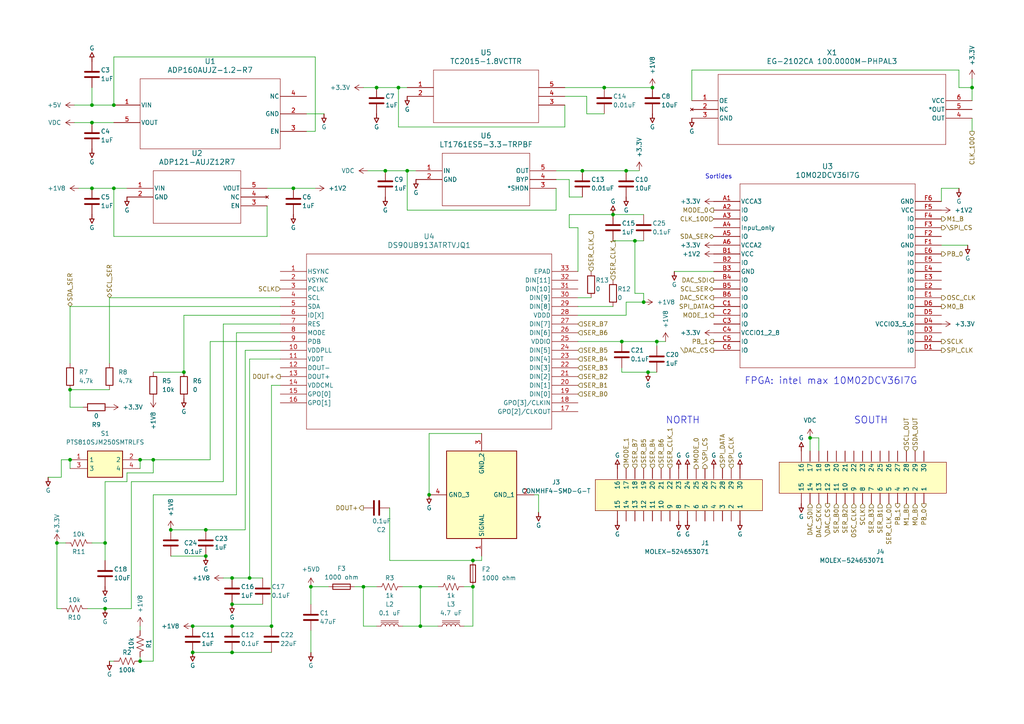
<source format=kicad_sch>
(kicad_sch (version 20230121) (generator eeschema)
  (paper "A4")
  (junction (at 59.69 153.67))
  (junction (at 16.51 157.48))
  (junction (at 33.02 30.48))
  (junction (at 67.31 181.61))
  (junction (at 53.34 107.95))
  (junction (at 67.31 175.26))
  (junction (at 20.32 113.03))
  (junction (at 137.16 162.56))
  (junction (at 26.67 30.48))
  (junction (at 67.31 167.64))
  (junction (at 40.64 133.35))
  (junction (at 184.15 69.85))
  (junction (at 30.48 176.53))
  (junction (at 85.09 54.61))
  (junction (at 115.57 25.4))
  (junction (at 55.88 189.23))
  (junction (at 109.22 25.4))
  (junction (at 187.96 107.95))
  (junction (at 26.67 35.56))
  (junction (at 67.31 189.23))
  (junction (at 137.16 170.18))
  (junction (at 177.8 62.23))
  (junction (at 90.17 170.18))
  (junction (at 281.94 25.4))
  (junction (at 20.32 133.35))
  (junction (at 124.46 143.51))
  (junction (at 26.67 54.61))
  (junction (at 234.95 127))
  (junction (at 49.53 153.67))
  (junction (at 55.88 181.61))
  (junction (at 78.74 181.61))
  (junction (at 33.02 54.61))
  (junction (at 175.26 25.4))
  (junction (at 121.92 170.18))
  (junction (at 30.48 157.48))
  (junction (at 190.5 99.06))
  (junction (at 72.39 167.64))
  (junction (at 44.45 133.35))
  (junction (at 168.91 49.53))
  (junction (at 59.69 161.29))
  (junction (at 180.34 99.06))
  (junction (at 118.11 49.53))
  (junction (at 40.64 191.77))
  (junction (at 189.23 25.4))
  (junction (at 121.92 181.61))
  (junction (at 186.69 87.63))
  (junction (at 111.76 49.53))
  (junction (at 105.41 170.18))
  (junction (at 181.61 49.53))
  (wire (pts (xy 68.58 96.52) (xy 68.58 143.51)))
  (wire (pts (xy 81.28 93.98) (xy 64.77 93.98)))
  (wire (pts (xy 26.67 157.48) (xy 30.48 157.48)))
  (wire (pts (xy 77.47 59.69) (xy 77.47 68.58)))
  (wire (pts (xy 170.18 27.94) (xy 170.18 33.02)))
  (wire (pts (xy 81.28 101.6) (xy 71.12 101.6)))
  (wire (pts (xy 26.67 35.56) (xy 33.02 35.56)))
  (wire (pts (xy 167.64 99.06) (xy 180.34 99.06)))
  (wire (pts (xy 53.34 91.44) (xy 53.34 107.95)))
  (wire (pts (xy 44.45 191.77) (xy 40.64 191.77)))
  (wire (pts (xy 81.28 88.9) (xy 20.32 88.9)))
  (wire (pts (xy 20.32 118.11) (xy 20.32 113.03)))
  (wire (pts (xy 21.59 30.48) (xy 26.67 30.48)))
  (wire (pts (xy 190.5 107.95) (xy 187.96 107.95)))
  (wire (pts (xy 20.32 133.35) (xy 17.78 133.35)))
  (wire (pts (xy 30.48 157.48) (xy 30.48 162.56)))
  (wire (pts (xy 64.77 139.7) (xy 38.1 139.7)))
  (wire (pts (xy 33.02 30.48) (xy 33.02 16.51)))
  (wire (pts (xy 113.03 162.56) (xy 113.03 147.32)))
  (wire (pts (xy 184.15 69.85) (xy 186.69 69.85)))
  (wire (pts (xy 121.92 170.18) (xy 127 170.18)))
  (wire (pts (xy 26.67 54.61) (xy 33.02 54.61)))
  (wire (pts (xy 33.02 16.51) (xy 91.44 16.51)))
  (wire (pts (xy 175.26 25.4) (xy 189.23 25.4)))
  (wire (pts (xy 137.16 162.56) (xy 113.03 162.56)))
  (wire (pts (xy 180.34 107.95) (xy 187.96 107.95)))
  (wire (pts (xy 16.51 157.48) (xy 19.05 157.48)))
  (wire (pts (xy 163.83 25.4) (xy 175.26 25.4)))
  (wire (pts (xy 81.28 86.36) (xy 31.75 86.36)))
  (wire (pts (xy 40.64 190.5) (xy 40.64 191.77)))
  (wire (pts (xy 121.92 170.18) (xy 121.92 181.61)))
  (wire (pts (xy 181.61 91.44) (xy 167.64 91.44)))
  (wire (pts (xy 168.91 49.53) (xy 181.61 49.53)))
  (wire (pts (xy 90.17 170.18) (xy 95.25 170.18)))
  (wire (pts (xy 190.5 99.06) (xy 190.5 100.33)))
  (wire (pts (xy 20.32 118.11) (xy 24.13 118.11)))
  (wire (pts (xy 137.16 181.61) (xy 134.62 181.61)))
  (wire (pts (xy 134.62 170.18) (xy 137.16 170.18)))
  (wire (pts (xy 167.64 86.36) (xy 171.45 86.36)))
  (wire (pts (xy 278.13 25.4) (xy 281.94 25.4)))
  (wire (pts (xy 20.32 113.03) (xy 31.75 113.03)))
  (wire (pts (xy 67.31 167.64) (xy 72.39 167.64)))
  (wire (pts (xy 38.1 139.7) (xy 38.1 176.53)))
  (wire (pts (xy 181.61 87.63) (xy 186.69 87.63)))
  (wire (pts (xy 67.31 175.26) (xy 76.2 175.26)))
  (wire (pts (xy 36.83 137.16) (xy 44.45 137.16)))
  (wire (pts (xy 116.84 170.18) (xy 121.92 170.18)))
  (wire (pts (xy 237.49 130.81) (xy 237.49 127)))
  (wire (pts (xy 109.22 181.61) (xy 105.41 181.61)))
  (wire (pts (xy 67.31 189.23) (xy 78.74 189.23)))
  (wire (pts (xy 31.75 191.77) (xy 33.02 191.77)))
  (wire (pts (xy 13.97 138.43) (xy 17.78 138.43)))
  (wire (pts (xy 81.28 111.76) (xy 78.74 111.76)))
  (wire (pts (xy 116.84 181.61) (xy 121.92 181.61)))
  (wire (pts (xy 137.16 170.18) (xy 137.16 181.61)))
  (wire (pts (xy 68.58 143.51) (xy 44.45 143.51)))
  (wire (pts (xy 167.64 66.04) (xy 167.64 78.74)))
  (wire (pts (xy 81.28 99.06) (xy 60.96 99.06)))
  (wire (pts (xy 64.77 93.98) (xy 64.77 139.7)))
  (wire (pts (xy 44.45 107.95) (xy 53.34 107.95)))
  (wire (pts (xy 26.67 25.4) (xy 26.67 30.48)))
  (wire (pts (xy 193.04 99.06) (xy 190.5 99.06)))
  (wire (pts (xy 105.41 25.4) (xy 109.22 25.4)))
  (wire (pts (xy 105.41 170.18) (xy 109.22 170.18)))
  (wire (pts (xy 81.28 91.44) (xy 53.34 91.44)))
  (wire (pts (xy 20.32 133.35) (xy 20.32 135.89)))
  (wire (pts (xy 30.48 139.7) (xy 30.48 157.48)))
  (wire (pts (xy 273.05 58.42) (xy 273.05 54.61)))
  (wire (pts (xy 44.45 133.35) (xy 40.64 133.35)))
  (wire (pts (xy 33.02 54.61) (xy 36.83 54.61)))
  (wire (pts (xy 90.17 170.18) (xy 90.17 175.26)))
  (wire (pts (xy 234.95 127) (xy 234.95 130.81)))
  (wire (pts (xy 124.46 125.73) (xy 124.46 143.51)))
  (wire (pts (xy 177.8 62.23) (xy 186.69 62.23)))
  (wire (pts (xy 30.48 176.53) (xy 25.4 176.53)))
  (wire (pts (xy 186.69 85.09) (xy 186.69 87.63)))
  (wire (pts (xy 163.83 36.83) (xy 115.57 36.83)))
  (wire (pts (xy 163.83 27.94) (xy 170.18 27.94)))
  (wire (pts (xy 184.15 85.09) (xy 186.69 85.09)))
  (wire (pts (xy 20.32 88.9) (xy 20.32 105.41)))
  (wire (pts (xy 105.41 181.61) (xy 105.41 170.18)))
  (wire (pts (xy 33.02 68.58) (xy 33.02 54.61)))
  (wire (pts (xy 161.29 52.07) (xy 165.1 52.07)))
  (wire (pts (xy 118.11 60.96) (xy 118.11 49.53)))
  (wire (pts (xy 139.7 162.56) (xy 137.16 162.56)))
  (wire (pts (xy 139.7 125.73) (xy 124.46 125.73)))
  (wire (pts (xy 49.53 161.29) (xy 59.69 161.29)))
  (wire (pts (xy 121.92 181.61) (xy 127 181.61)))
  (wire (pts (xy 281.94 22.86) (xy 281.94 25.4)))
  (wire (pts (xy 16.51 176.53) (xy 17.78 176.53)))
  (wire (pts (xy 181.61 87.63) (xy 181.61 91.44)))
  (wire (pts (xy 90.17 182.88) (xy 90.17 189.23)))
  (wire (pts (xy 161.29 60.96) (xy 118.11 60.96)))
  (wire (pts (xy 111.76 49.53) (xy 118.11 49.53)))
  (wire (pts (xy 21.59 35.56) (xy 26.67 35.56)))
  (wire (pts (xy 181.61 49.53) (xy 185.42 49.53)))
  (wire (pts (xy 72.39 104.14) (xy 81.28 104.14)))
  (wire (pts (xy 177.8 69.85) (xy 184.15 69.85)))
  (wire (pts (xy 55.88 189.23) (xy 67.31 189.23)))
  (wire (pts (xy 273.05 54.61) (xy 278.13 54.61)))
  (wire (pts (xy 49.53 153.67) (xy 59.69 153.67)))
  (wire (pts (xy 165.1 62.23) (xy 177.8 62.23)))
  (wire (pts (xy 180.34 99.06) (xy 190.5 99.06)))
  (wire (pts (xy 55.88 181.61) (xy 67.31 181.61)))
  (wire (pts (xy 165.1 52.07) (xy 165.1 57.15)))
  (wire (pts (xy 38.1 176.53) (xy 30.48 176.53)))
  (wire (pts (xy 167.64 88.9) (xy 177.8 88.9)))
  (wire (pts (xy 68.58 96.52) (xy 81.28 96.52)))
  (wire (pts (xy 67.31 181.61) (xy 78.74 181.61)))
  (wire (pts (xy 44.45 137.16) (xy 44.45 133.35)))
  (wire (pts (xy 115.57 36.83) (xy 115.57 25.4)))
  (wire (pts (xy 91.44 16.51) (xy 91.44 38.1)))
  (wire (pts (xy 77.47 54.61) (xy 85.09 54.61)))
  (wire (pts (xy 60.96 99.06) (xy 60.96 133.35)))
  (wire (pts (xy 273.05 71.12) (xy 280.67 71.12)))
  (wire (pts (xy 72.39 167.64) (xy 72.39 104.14)))
  (wire (pts (xy 195.58 78.74) (xy 207.01 78.74)))
  (wire (pts (xy 165.1 57.15) (xy 168.91 57.15)))
  (wire (pts (xy 180.34 106.68) (xy 180.34 107.95)))
  (wire (pts (xy 156.21 143.51) (xy 156.21 148.59)))
  (wire (pts (xy 281.94 38.1) (xy 281.94 34.29)))
  (wire (pts (xy 17.78 133.35) (xy 17.78 138.43)))
  (wire (pts (xy 237.49 127) (xy 234.95 127)))
  (wire (pts (xy 30.48 139.7) (xy 36.83 139.7)))
  (wire (pts (xy 200.66 20.32) (xy 278.13 20.32)))
  (wire (pts (xy 91.44 38.1) (xy 88.9 38.1)))
  (wire (pts (xy 161.29 49.53) (xy 168.91 49.53)))
  (wire (pts (xy 106.68 49.53) (xy 111.76 49.53)))
  (wire (pts (xy 36.83 139.7) (xy 36.83 137.16)))
  (wire (pts (xy 78.74 111.76) (xy 78.74 181.61)))
  (wire (pts (xy 170.18 33.02) (xy 175.26 33.02)))
  (wire (pts (xy 278.13 20.32) (xy 278.13 25.4)))
  (wire (pts (xy 77.47 68.58) (xy 33.02 68.58)))
  (wire (pts (xy 139.7 161.29) (xy 139.7 162.56)))
  (wire (pts (xy 163.83 30.48) (xy 163.83 36.83)))
  (wire (pts (xy 40.64 133.35) (xy 40.64 135.89)))
  (wire (pts (xy 115.57 25.4) (xy 118.11 25.4)))
  (wire (pts (xy 161.29 54.61) (xy 161.29 60.96)))
  (wire (pts (xy 22.86 54.61) (xy 26.67 54.61)))
  (wire (pts (xy 118.11 49.53) (xy 120.65 49.53)))
  (wire (pts (xy 72.39 167.64) (xy 76.2 167.64)))
  (wire (pts (xy 102.87 170.18) (xy 105.41 170.18)))
  (wire (pts (xy 200.66 29.21) (xy 200.66 20.32)))
  (wire (pts (xy 165.1 66.04) (xy 165.1 62.23)))
  (wire (pts (xy 71.12 101.6) (xy 71.12 153.67)))
  (wire (pts (xy 71.12 153.67) (xy 59.69 153.67)))
  (wire (pts (xy 88.9 33.02) (xy 93.98 33.02)))
  (wire (pts (xy 165.1 66.04) (xy 167.64 66.04)))
  (wire (pts (xy 184.15 69.85) (xy 184.15 85.09)))
  (wire (pts (xy 44.45 143.51) (xy 44.45 191.77)))
  (wire (pts (xy 85.09 54.61) (xy 91.44 54.61)))
  (wire (pts (xy 16.51 157.48) (xy 16.51 176.53)))
  (wire (pts (xy 154.94 143.51) (xy 156.21 143.51)))
  (wire (pts (xy 40.64 181.61) (xy 40.64 182.88)))
  (wire (pts (xy 26.67 30.48) (xy 33.02 30.48)))
  (wire (pts (xy 281.94 25.4) (xy 281.94 29.21)))
  (wire (pts (xy 64.77 167.64) (xy 67.31 167.64)))
  (wire (pts (xy 109.22 25.4) (xy 115.57 25.4)))
  (wire (pts (xy 31.75 86.36) (xy 31.75 105.41)))
  (wire (pts (xy 60.96 133.35) (xy 44.45 133.35)))
  (text "Sortides" (at 204.47 52.07 0) (effects (font (size 1.27 1.27)) (justify left bottom)))
  (text "NORTH" (at 193.04 123.19 0) (effects (font (size 2 2)) (justify left bottom)))
  (text "SOUTH" (at 247.65 123.19 0) (effects (font (size 2 2)) (justify left bottom)))
  (text "FPGA: intel max 10M02DCV36I7G" (at 215.9 111.76 0) (effects (font (size 2 2)) (justify left bottom)))
  (hierarchical_label "PB_0" (shape output) (at 267.97 146.05 270))
  (hierarchical_label "SER_B0" (shape input) (at 167.64 114.3 0))
  (hierarchical_label "SER_B2" (shape input) (at 167.64 109.22 0))
  (hierarchical_label "SDA_SER" (shape bidirectional) (at 20.32 88.9 90))
  (hierarchical_label "SPI_DATA" (shape output) (at 207.01 88.9 180))
  (hierarchical_label "SER_B6" (shape input) (at 191.77 135.89 90))
  (hierarchical_label "M1_B" (shape output) (at 273.05 63.5 0))
  (hierarchical_label "DAC_SCK" (shape input) (at 237.49 146.05 270))
  (hierarchical_label "PB_1" (shape output) (at 207.01 99.06 180))
  (hierarchical_label "SPI_CLK" (shape input) (at 212.09 135.89 90))
  (hierarchical_label "\\DAC_CS" (shape output) (at 207.01 101.6 180))
  (hierarchical_label "DAC_SCK" (shape output) (at 207.01 86.36 180))
  (hierarchical_label "SER_B3" (shape input) (at 167.64 106.68 0))
  (hierarchical_label "SER_CLK_1" (shape input) (at 177.8 81.28 90))
  (hierarchical_label "M0_B" (shape input) (at 265.43 146.05 270))
  (hierarchical_label "CLK_100" (shape input) (at 207.01 63.5 180))
  (hierarchical_label "MODE_0" (shape output) (at 207.01 60.96 180))
  (hierarchical_label "MODE_0" (shape output) (at 201.93 135.89 90))
  (hierarchical_label "SCL_OUT" (shape input) (at 262.89 130.81 90))
  (hierarchical_label "MODE_1" (shape input) (at 181.61 135.89 90))
  (hierarchical_label "SCLK" (shape input) (at 81.28 83.82 180))
  (hierarchical_label "SER_B3" (shape input) (at 252.73 146.05 270))
  (hierarchical_label "DAC_SDI" (shape input) (at 234.95 146.05 270))
  (hierarchical_label "\\SPI_CS" (shape output) (at 204.47 135.89 90))
  (hierarchical_label "OSC_CLK" (shape output) (at 273.05 86.36 0))
  (hierarchical_label "SER_B5" (shape input) (at 186.69 135.89 90))
  (hierarchical_label "SER_B2" (shape input) (at 245.11 146.05 270))
  (hierarchical_label "SER_CLK_0" (shape input) (at 257.81 146.05 270))
  (hierarchical_label "PB_0" (shape output) (at 273.05 73.66 0))
  (hierarchical_label "SDA_OUT" (shape input) (at 265.43 130.81 90))
  (hierarchical_label "MODE_1" (shape output) (at 207.01 91.44 180))
  (hierarchical_label "CLK_100" (shape output) (at 281.94 38.1 270))
  (hierarchical_label "M0_B" (shape output) (at 273.05 88.9 0))
  (hierarchical_label "SDA_SER" (shape bidirectional) (at 207.01 68.58 180))
  (hierarchical_label "SER_B6" (shape input) (at 167.64 96.52 0))
  (hierarchical_label "SER_B7" (shape input) (at 184.15 135.89 90))
  (hierarchical_label "SCL_SER" (shape bidirectional) (at 207.01 83.82 180))
  (hierarchical_label "SER_CLK_0" (shape input) (at 171.45 78.74 90))
  (hierarchical_label "DAC_SDI" (shape output) (at 207.01 81.28 180))
  (hierarchical_label "SER_B1" (shape input) (at 167.64 111.76 0))
  (hierarchical_label "SER_CLK_1" (shape input) (at 194.31 135.89 90))
  (hierarchical_label "M1_B" (shape input) (at 262.89 146.05 270))
  (hierarchical_label "PB_1" (shape output) (at 260.35 146.05 270))
  (hierarchical_label "SCLK" (shape output) (at 273.05 99.06 0))
  (hierarchical_label "\\SPI_CS" (shape output) (at 273.05 66.04 0))
  (hierarchical_label "SCL_SER" (shape bidirectional) (at 31.75 86.36 90))
  (hierarchical_label "SER_B7" (shape input) (at 167.64 93.98 0))
  (hierarchical_label "SER_B4" (shape input) (at 167.64 104.14 0))
  (hierarchical_label "SER_B1" (shape input) (at 255.27 146.05 270))
  (hierarchical_label "DOUT+" (shape output) (at 105.41 147.32 180))
  (hierarchical_label "\\DAC_CS" (shape output) (at 240.03 146.05 270))
  (hierarchical_label "DOUT+" (shape output) (at 81.28 109.22 180))
  (hierarchical_label "SER_B0" (shape input) (at 242.57 146.05 270))
  (hierarchical_label "SPI_CLK" (shape output) (at 273.05 101.6 0))
  (hierarchical_label "SER_B4" (shape input) (at 189.23 135.89 90))
  (hierarchical_label "OSC_CLK" (shape input) (at 247.65 146.05 270))
  (hierarchical_label "SPI_DATA" (shape input) (at 209.55 135.89 90))
  (hierarchical_label "SCLK" (shape input) (at 250.19 146.05 270))
  (hierarchical_label "SER_B5" (shape input) (at 167.64 101.6 0))
  (symbol (lib_id "2024-03-11_09-47-41:ADP160AUJZ-1.2-R7") (at 33.02 30.48 0) (unit 1)
    (property "Reference" "U1" (at 60.96 17.78 0) (effects (font (size 1.524 1.524))))
    (property "Value" "ADP160AUJZ-1.2-R7" (at 60.96 20.32 0) (effects (font (size 1.524 1.524))))
    (property "Footprint" "UJ_5_ADI" (effects hide))
    (property "Datasheet" "ADP160AUJZ-1.2-R7" (effects hide))
  )
  (symbol (lib_id "BrainCom_PWRRevA-altium-import:G") (at 53.34 115.57 0) (unit 1)
    (property "Reference" "#PWR034" (effects hide))
    (property "Value" "G" (at 53.34 119.38 0))
  )
  (symbol (lib_id "power:+1V2") (at 91.44 54.61 270) (unit 1)
    (property "Reference" "#PWR015" (effects hide))
    (property "Value" "+1V2" (at 95.25 54.61 90) (effects (justify left)))
  )
  (symbol (lib_id "power:+3.3V") (at 31.75 118.11 270) (unit 1)
    (property "Reference" "#PWR039" (effects hide))
    (property "Value" "+3.3V" (at 35.56 118.11 90) (effects (justify left)))
  )
  (symbol (lib_id "Device:R_US") (at 113.03 170.18 90) (unit 1)
    (property "Reference" "R3" (at 113.03 167.64 90))
    (property "Value" "1k" (at 113.03 172.72 90))
    (property "Footprint" "Resistor_SMD:R_0603_1608Metric" (effects hide))
  )
  (symbol (lib_id "2024-03-11_11-03-47:ADP121-AUJZ12R7") (at 36.83 54.61 0) (unit 1)
    (property "Reference" "U2" (at 57.15 44.45 0) (effects (font (size 1.524 1.524))))
    (property "Value" "ADP121-AUJZ12R7" (at 57.15 46.99 0) (effects (font (size 1.524 1.524))))
    (property "Footprint" "UJ-5_ADI" (effects hide))
    (property "Datasheet" "ADP121-AUJZ12R7" (effects hide))
  )
  (symbol (lib_id "BrainCom_PWRRevA-altium-import:G") (at 13.97 138.43 0) (unit 1)
    (property "Reference" "#PWR061" (effects hide))
    (property "Value" "G" (at 13.97 142.24 0))
  )
  (symbol (lib_id "Device:C") (at 49.53 157.48 0) (unit 1)
    (property "Reference" "C24" (at 53.34 157.48 0) (effects (justify left)))
    (property "Value" "0.1uF" (at 53.34 160.02 0) (effects (justify left)))
    (property "Footprint" "Capacitor_SMD:C_0603_1608Metric" (effects hide))
  )
  (symbol (lib_id "Device:R") (at 44.45 111.76 0) (unit 1)
    (property "Reference" "R5" (at 46.99 110.49 0) (effects (justify left)))
    (property "Value" "10k" (at 46.99 113.03 0) (effects (justify left)))
    (property "Footprint" "Resistor_SMD:R_0603_1608Metric" (effects hide))
  )
  (symbol (lib_id "power:+1V2") (at 273.05 60.96 270) (unit 1)
    (property "Reference" "#PWR016" (effects hide))
    (property "Value" "+1V2" (at 276.86 60.96 90) (effects (justify left)))
  )
  (symbol (lib_id "Device:C") (at 111.76 53.34 0) (unit 1)
    (property "Reference" "C9" (at 114.3 52.07 0) (effects (justify left)))
    (property "Value" "1uF" (at 114.3 54.61 0) (effects (justify left)))
    (property "Footprint" "Capacitor_SMD:C_0603_1608Metric" (effects hide))
    (property "Voltage" "10V" (effects hide))
    (property "TempCo" "X5R" (effects hide))
  )
  (symbol (lib_id "Device:R_US") (at 22.86 157.48 90) (mirror x) (unit 1)
    (property "Reference" "R11" (at 22.86 160.02 90))
    (property "Value" "10k" (at 22.86 154.94 90))
    (property "Footprint" "Resistor_SMD:R_0603_1608Metric" (effects hide))
  )
  (symbol (lib_id "BrainCom_PWRRevA-altium-import:G") (at 111.76 57.15 0) (unit 1)
    (property "Reference" "#PWR03" (effects hide))
    (property "Value" "G" (at 111.76 60.96 0))
  )
  (symbol (lib_id "BrainCom_PWRRevA-altium-import:G") (at 26.67 43.18 0) (unit 1)
    (property "Reference" "#PWR01" (effects hide))
    (property "Value" "G" (at 26.67 46.99 0))
  )
  (symbol (lib_id "Device:C") (at 109.22 29.21 0) (unit 1)
    (property "Reference" "C7" (at 111.76 27.94 0) (effects (justify left)))
    (property "Value" "1uF" (at 111.76 30.48 0) (effects (justify left)))
    (property "Footprint" "Capacitor_SMD:C_0603_1608Metric" (effects hide))
    (property "Voltage" "10V" (effects hide))
    (property "TempCo" "X5R" (effects hide))
  )
  (symbol (lib_id "Device:C") (at 181.61 53.34 0) (unit 1)
    (property "Reference" "C10" (at 184.15 52.07 0) (effects (justify left)))
    (property "Value" "10uF" (at 184.15 54.61 0) (effects (justify left)))
    (property "Footprint" "Capacitor_SMD:C_0603_1608Metric" (effects hide))
    (property "Voltage" "10V" (effects hide))
    (property "TempCo" "X5R" (effects hide))
  )
  (symbol (lib_id "power:+1V8") (at 55.88 181.61 90) (mirror x) (unit 1)
    (property "Reference" "#PWR032" (effects hide))
    (property "Value" "+1V8" (at 52.07 181.61 90) (effects (justify left)))
  )
  (symbol (lib_id "Device:R_US") (at 40.64 186.69 0) (mirror x) (unit 1)
    (property "Reference" "R1" (at 43.18 186.69 90))
    (property "Value" "10k" (at 38.1 186.69 90))
    (property "Footprint" "Resistor_SMD:R_0603_1608Metric" (effects hide))
  )
  (symbol (lib_id "power:+5V") (at 21.59 30.48 90) (unit 1)
    (property "Reference" "#PWR08" (effects hide))
    (property "Value" "+5V" (at 17.78 30.48 90) (effects (justify left)))
  )
  (symbol (lib_id "Device:R_US") (at 21.59 176.53 90) (mirror x) (unit 1)
    (property "Reference" "R10" (at 21.59 179.07 90))
    (property "Value" "10k" (at 21.59 173.99 90))
    (property "Footprint" "Resistor_SMD:R_0603_1608Metric" (effects hide))
  )
  (symbol (lib_id "TestLayer_RevB-altium-import:G") (at 196.85 135.89 180) (unit 1)
    (property "Reference" "#PWR049" (effects hide))
    (property "Value" "G" (at 196.85 132.08 0))
  )
  (symbol (lib_id "power:+3.3V") (at 105.41 25.4 90) (unit 1)
    (property "Reference" "#PWR037" (effects hide))
    (property "Value" "+3.3V" (at 101.6 25.4 90) (effects (justify left)))
  )
  (symbol (lib_id "TestLayer_RevB-altium-import:G") (at 278.13 54.61 0) (unit 1)
    (property "Reference" "#PWR017" (effects hide))
    (property "Value" "G" (at 278.13 58.42 0))
  )
  (symbol (lib_id "power:VDC") (at 21.59 35.56 90) (unit 1)
    (property "Reference" "#PWR011" (effects hide))
    (property "Value" "4V5" (at 17.78 35.56 90) (effects (justify left)))
  )
  (symbol (lib_id "Device:C") (at 189.23 29.21 0) (unit 1)
    (property "Reference" "C8" (at 191.77 27.94 0) (effects (justify left)))
    (property "Value" "10uF" (at 191.77 30.48 0) (effects (justify left)))
    (property "Footprint" "Capacitor_SMD:C_0603_1608Metric" (effects hide))
    (property "Voltage" "10V" (effects hide))
    (property "TempCo" "X5R" (effects hide))
  )
  (symbol (lib_id "TestLayer_RevB-altium-import:G") (at 199.39 135.89 180) (unit 1)
    (property "Reference" "#PWR051" (effects hide))
    (property "Value" "G" (at 199.39 132.08 0))
  )
  (symbol (lib_id "Device:C") (at 109.22 147.32 270) (unit 1)
    (property "Reference" "C2" (at 109.22 153.67 90) (effects (justify left)))
    (property "Value" "0.1uF" (at 107.95 151.13 90) (effects (justify left)))
    (property "Footprint" "Capacitor_SMD:C_0603_1608Metric" (effects hide))
    (property "TempCo" "X5R" (effects hide))
    (property "Voltage" "10V" (effects hide))
  )
  (symbol (lib_id "TestLayer_RevB-altium-import:G") (at 207.01 135.89 180) (unit 1)
    (property "Reference" "#PWR053" (effects hide))
    (property "Value" "G" (at 207.01 132.08 0))
  )
  (symbol (lib_id "BrainCom_PWRRevA-altium-import:G") (at 189.23 33.02 0) (unit 1)
    (property "Reference" "#PWR024" (effects hide))
    (property "Value" "G" (at 189.23 36.83 0))
  )
  (symbol (lib_id "Device:C") (at 55.88 185.42 0) (unit 1)
    (property "Reference" "C11" (at 58.42 184.15 0) (effects (justify left)))
    (property "Value" "1uF" (at 58.42 186.69 0) (effects (justify left)))
    (property "Footprint" "Capacitor_SMD:C_0603_1608Metric" (effects hide))
  )
  (symbol (lib_id "TestLayer_RevB-altium-import:G") (at 196.85 151.13 0) (unit 1)
    (property "Reference" "#PWR050" (effects hide))
    (property "Value" "G" (at 196.85 154.94 0))
  )
  (symbol (lib_id "Device:R") (at 177.8 85.09 0) (unit 1)
    (property "Reference" "R12" (at 179.07 83.82 0) (effects (justify left)))
    (property "Value" "0" (at 179.07 86.36 0) (effects (justify left)))
    (property "Footprint" "Resistor_SMD:R_0603_1608Metric" (effects hide))
  )
  (symbol (lib_id "TestLayer_RevB-altium-import:G") (at 179.07 135.89 180) (unit 1)
    (property "Reference" "#PWR028" (effects hide))
    (property "Value" "G" (at 179.07 132.08 0))
  )
  (symbol (lib_id "2024-03-12_09-58-54:DS90UB913ATRTVJQ1") (at 81.28 78.74 0) (unit 1)
    (property "Reference" "U4" (at 124.46 68.58 0) (effects (font (size 1.524 1.524))))
    (property "Value" "DS90UB913ATRTVJQ1" (at 124.46 71.12 0) (effects (font (size 1.524 1.524))))
    (property "Footprint" "RTV32_3P1X3P1_TEX" (effects hide))
    (property "Datasheet" "DS90UB913ATRTVJQ1" (effects hide))
  )
  (symbol (lib_id "BrainCom_PWRRevA-altium-import:G") (at 177.8 62.23 0) (mirror x) (unit 1)
    (property "Reference" "#PWR026" (effects hide))
    (property "Value" "G" (at 177.8 58.42 0))
  )
  (symbol (lib_id "TestLayer_RevB-altium-import:G") (at 214.63 135.89 180) (unit 1)
    (property "Reference" "#PWR054" (effects hide))
    (property "Value" "G" (at 214.63 132.08 0))
  )
  (symbol (lib_id "power:+1V8") (at 49.53 153.67 0) (mirror y) (unit 1)
    (property "Reference" "#PWR058" (effects hide))
    (property "Value" "+1V8" (at 49.53 149.86 90) (effects (justify left)))
  )
  (symbol (lib_id "BrainCom_PWRRevA-altium-import:G") (at 181.61 57.15 0) (unit 1)
    (property "Reference" "#PWR035" (effects hide))
    (property "Value" "G" (at 181.61 60.96 0))
  )
  (symbol (lib_id "2024-03-12_09-38-06:10M02DCV36I7G") (at 207.01 58.42 0) (unit 1)
    (property "Reference" "U3" (at 240.03 48.26 0) (effects (font (size 1.524 1.524))))
    (property "Value" "10M02DCV36I7G" (at 240.03 50.8 0) (effects (font (size 1.524 1.524))))
    (property "Footprint" "llibreria_ser:VBGA&slash_WLCSP36_A0p54_INT" (effects hide))
    (property "Datasheet" "10M02DCV36I7G" (effects hide))
  )
  (symbol (lib_id "FDM_project_Library:Board2Board_MOLEX-5009130302_1_1") (at 207.645 151.13 0) (unit 1)
    (property "Reference" "J1" (at 205.74 157.48 0) (effects (justify right)))
    (property "Value" "MOLEX-524653071" (at 205.74 160.02 0) (effects (justify right)))
    (property "Footprint" "llibreria_ser:J524653071" (effects hide))
    (property "ITEM NUMBER" "5400067" (effects hide))
    (property "MANUFACTURER" "Molex" (effects hide))
    (property "MPN" "524653071" (effects hide))
  )
  (symbol (lib_id "TestLayer_RevB-altium-import:G") (at 214.63 151.13 0) (unit 1)
    (property "Reference" "#PWR055" (effects hide))
    (property "Value" "G" (at 214.63 154.94 0))
  )
  (symbol (lib_id "power:VDC") (at 234.95 127 0) (mirror y) (unit 1)
    (property "Reference" "#PWR043" (effects hide))
    (property "Value" "4V5" (at 234.95 121.92 0))
  )
  (symbol (lib_id "power:+1V8") (at 64.77 167.64 90) (mirror x) (unit 1)
    (property "Reference" "#PWR029" (effects hide))
    (property "Value" "+1V8" (at 60.96 167.64 90) (effects (justify left)))
  )
  (symbol (lib_id "TestLayer_RevB-altium-import:G") (at 124.46 143.51 0) (unit 1)
    (property "Reference" "#PWR02" (effects hide))
    (property "Value" "G" (at 124.46 147.32 0))
  )
  (symbol (lib_id "TestLayer_RevB-altium-import:G") (at 232.41 130.81 180) (unit 1)
    (property "Reference" "#PWR056" (effects hide))
    (property "Value" "G" (at 232.41 127 0))
  )
  (symbol (lib_id "PTS810SJM250SMTRLFS:PTS810SJM250SMTRLFS") (at 20.32 133.35 0) (unit 1)
    (property "Reference" "S1" (at 30.48 125.73 0))
    (property "Value" "PTS810SJM250SMTRLFS" (at 30.48 128.27 0))
    (property "Footprint" "PTS810SJG250SMTRLFS" (effects hide))
    (property "Datasheet" "https://www.ckswitches.com/media/1476/pts810.pdf" (effects hide))
    (property "Mouser Part Number" "611-PTS810SJM250SMTR" (effects hide))
    (property "Mouser Price/Stock" "https://www.mouser.co.uk/ProductDetail/CK/PTS810SJM250SMTRLFS?qs=UxeAxwACbqnyNdXLIf%2FqnQ%3D%3D" (effects hide))
    (property "Manufacturer_Name" "C & K COMPONENTS" (effects hide))
    (property "Manufacturer_Part_Number" "PTS810SJM250SMTRLFS" (effects hide))
  )
  (symbol (lib_id "Device:Fuse") (at 137.16 166.37 0) (unit 1)
    (property "Reference" "F2" (at 139.7 165.1 0) (effects (justify left)))
    (property "Value" "1000 ohm" (at 139.7 167.64 0) (effects (justify left)))
    (property "Footprint" "Fuse:Fuse_0805_2012Metric" (effects hide))
  )
  (symbol (lib_id "power:VDC") (at 106.68 49.53 90) (unit 1)
    (property "Reference" "#PWR036" (effects hide))
    (property "Value" "4V5" (at 102.87 49.53 90) (effects (justify left)))
  )
  (symbol (lib_id "Device:R_US") (at 130.81 170.18 90) (unit 1)
    (property "Reference" "R4" (at 130.81 167.64 90))
    (property "Value" "1k" (at 130.81 172.72 90))
    (property "Footprint" "Resistor_SMD:R_0603_1608Metric" (effects hide))
  )
  (symbol (lib_id "power:+1V8") (at 186.69 87.63 270) (unit 1)
    (property "Reference" "#PWR027" (effects hide))
    (property "Value" "+1V8" (at 190.5 87.63 90) (effects (justify left)))
  )
  (symbol (lib_id "BrainCom_PWRRevA-altium-import:G") (at 67.31 175.26 0) (unit 1)
    (property "Reference" "#PWR042" (effects hide))
    (property "Value" "G" (at 67.31 179.07 0))
  )
  (symbol (lib_id "Device:R") (at 20.32 109.22 0) (unit 1)
    (property "Reference" "R7" (at 22.86 107.95 0) (effects (justify left)))
    (property "Value" "4.7k" (at 22.86 110.49 0) (effects (justify left)))
    (property "Footprint" "Resistor_SMD:R_0603_1608Metric" (effects hide))
  )
  (symbol (lib_id "BrainCom_PWRRevA-altium-import:G") (at 118.11 27.94 0) (unit 1)
    (property "Reference" "#PWR025" (effects hide))
    (property "Value" "G" (at 118.11 31.75 0))
  )
  (symbol (lib_id "Device:C") (at 26.67 21.59 0) (unit 1)
    (property "Reference" "C3" (at 29.21 20.32 0) (effects (justify left)))
    (property "Value" "1uF" (at 29.21 22.86 0) (effects (justify left)))
    (property "Footprint" "Capacitor_SMD:C_0603_1608Metric" (effects hide))
    (property "Voltage" "10V" (effects hide))
    (property "TempCo" "X5R" (effects hide))
  )
  (symbol (lib_id "BrainCom_PWRRevA-altium-import:G") (at 30.48 170.18 0) (unit 1)
    (property "Reference" "#PWR060" (effects hide))
    (property "Value" "G" (at 30.48 173.99 0))
  )
  (symbol (lib_id "Device:C") (at 26.67 39.37 0) (unit 1)
    (property "Reference" "C4" (at 29.21 38.1 0) (effects (justify left)))
    (property "Value" "1uF" (at 29.21 40.64 0) (effects (justify left)))
    (property "Footprint" "Capacitor_SMD:C_0603_1608Metric" (effects hide))
    (property "Voltage" "10V" (effects hide))
    (property "TempCo" "X5R" (effects hide))
  )
  (symbol (lib_id "Device:C") (at 26.67 58.42 0) (unit 1)
    (property "Reference" "C5" (at 29.21 57.15 0) (effects (justify left)))
    (property "Value" "1uF" (at 29.21 59.69 0) (effects (justify left)))
    (property "Footprint" "Capacitor_SMD:C_0603_1608Metric" (effects hide))
    (property "Voltage" "10V" (effects hide))
    (property "TempCo" "X5R" (effects hide))
  )
  (symbol (lib_id "Device:C") (at 67.31 171.45 0) (unit 1)
    (property "Reference" "C16" (at 69.85 170.18 0) (effects (justify left)))
    (property "Value" "1uF" (at 69.85 172.72 0) (effects (justify left)))
    (property "Footprint" "Capacitor_SMD:C_0603_1608Metric" (effects hide))
  )
  (symbol (lib_id "TestLayer_RevB-altium-import:G") (at 195.58 78.74 0) (unit 1)
    (property "Reference" "#PWR018" (effects hide))
    (property "Value" "G" (at 195.58 82.55 0))
  )
  (symbol (lib_id "power:+1V8") (at 189.23 25.4 0) (mirror y) (unit 1)
    (property "Reference" "#PWR04" (effects hide))
    (property "Value" "+1V8" (at 189.23 21.59 90) (effects (justify left)))
  )
  (symbol (lib_id "BrainCom_PWRRevA-altium-import:G") (at 85.09 62.23 0) (unit 1)
    (property "Reference" "#PWR014" (effects hide))
    (property "Value" "G" (at 85.09 66.04 0))
  )
  (symbol (lib_id "2024-03-12_09-18-04:EG-2121CA_100.0000M-PHPAL3") (at 200.66 29.21 0) (unit 1)
    (property "Reference" "X1" (at 241.3 15.24 0) (effects (font (size 1.524 1.524))))
    (property "Value" "EG-2102CA 100.0000M-PHPAL3" (at 241.3 17.78 0) (effects (font (size 1.524 1.524))))
    (property "Footprint" "EG-2121CA_EPS" (effects hide))
    (property "Datasheet" "EG-2121CA 100.0000M-PHPAL3" (effects hide))
  )
  (symbol (lib_id "Device:R_US") (at 36.83 191.77 90) (unit 1)
    (property "Reference" "R2" (at 36.83 189.23 90))
    (property "Value" "100k" (at 36.83 194.31 90))
    (property "Footprint" "Resistor_SMD:R_0603_1608Metric" (effects hide))
  )
  (symbol (lib_id "power:+1V8") (at 193.04 99.06 0) (mirror y) (unit 1)
    (property "Reference" "#PWR045" (effects hide))
    (property "Value" "+1V8" (at 193.04 95.25 90) (effects (justify left)))
  )
  (symbol (lib_id "Device:C") (at 78.74 185.42 0) (unit 1)
    (property "Reference" "C22" (at 81.28 184.15 0) (effects (justify left)))
    (property "Value" "22uF" (at 81.28 186.69 0) (effects (justify left)))
    (property "Footprint" "Capacitor_SMD:C_1210_3225Metric" (effects hide))
  )
  (symbol (lib_id "BrainCom_PWRRevA-altium-import:G") (at 109.22 33.02 0) (unit 1)
    (property "Reference" "#PWR023" (effects hide))
    (property "Value" "G" (at 109.22 36.83 0))
  )
  (symbol (lib_id "Device:C") (at 30.48 166.37 0) (unit 1)
    (property "Reference" "C18" (at 33.02 165.1 0) (effects (justify left)))
    (property "Value" "10uF" (at 33.02 167.64 0) (effects (justify left)))
    (property "Footprint" "Capacitor_SMD:C_0603_1608Metric" (effects hide))
  )
  (symbol (lib_id "power:+3.3V") (at 207.01 58.42 90) (mirror x) (unit 1)
    (property "Reference" "#PWR062" (effects hide))
    (property "Value" "+3.3V" (at 203.2 58.42 90) (effects (justify left)))
  )
  (symbol (lib_id "BrainCom_PWRRevA-altium-import:G") (at 59.69 161.29 0) (unit 1)
    (property "Reference" "#PWR047" (effects hide))
    (property "Value" "G" (at 59.69 165.1 0))
  )
  (symbol (lib_id "TestLayer_RevB-altium-import:G") (at 199.39 151.13 0) (unit 1)
    (property "Reference" "#PWR052" (effects hide))
    (property "Value" "G" (at 199.39 154.94 0))
  )
  (symbol (lib_id "Device:R") (at 27.94 118.11 270) (unit 1)
    (property "Reference" "R9" (at 27.94 123.19 90))
    (property "Value" "0" (at 27.94 120.65 90))
    (property "Footprint" "Resistor_SMD:R_0603_1608Metric" (effects hide))
  )
  (symbol (lib_id "Device:L_Iron") (at 130.81 181.61 90) (unit 1)
    (property "Reference" "L3" (at 130.81 175.26 90))
    (property "Value" "4.7 uF" (at 130.81 177.8 90))
    (property "Footprint" "Inductor_SMD:L_1210_3225Metric" (effects hide))
  )
  (symbol (lib_id "BrainCom_PWRRevA-altium-import:G") (at 36.83 57.15 0) (unit 1)
    (property "Reference" "#PWR09" (effects hide))
    (property "Value" "G" (at 36.83 60.96 0))
  )
  (symbol (lib_id "power:+1V8") (at 40.64 181.61 0) (mirror y) (unit 1)
    (property "Reference" "#PWR048" (effects hide))
    (property "Value" "+1V8" (at 40.64 177.8 90) (effects (justify left)))
  )
  (symbol (lib_id "TestLayer_RevB-altium-import:G") (at 232.41 146.05 0) (unit 1)
    (property "Reference" "#PWR057" (effects hide))
    (property "Value" "G" (at 232.41 149.86 0))
  )
  (symbol (lib_id "power:+3.3V") (at 207.01 71.12 90) (mirror x) (unit 1)
    (property "Reference" "#PWR064" (effects hide))
    (property "Value" "+3.3V" (at 203.2 71.12 90) (effects (justify left)))
  )
  (symbol (lib_id "Device:C") (at 180.34 102.87 0) (unit 1)
    (property "Reference" "C21" (at 182.88 101.6 0) (effects (justify left)))
    (property "Value" "0.1uF" (at 182.88 104.14 0) (effects (justify left)))
    (property "Footprint" "Capacitor_SMD:C_0603_1608Metric" (effects hide))
  )
  (symbol (lib_id "Device:C") (at 85.09 58.42 0) (unit 1)
    (property "Reference" "C6" (at 87.63 57.15 0) (effects (justify left)))
    (property "Value" "1uF" (at 87.63 59.69 0) (effects (justify left)))
    (property "Footprint" "Capacitor_SMD:C_0603_1608Metric" (effects hide))
    (property "Voltage" "10V" (effects hide))
    (property "TempCo" "X5R" (effects hide))
  )
  (symbol (lib_id "BrainCom_PWRRevA-altium-import:G") (at 120.65 52.07 0) (unit 1)
    (property "Reference" "#PWR031" (effects hide))
    (property "Value" "G" (at 120.65 55.88 0))
  )
  (symbol (lib_id "power:+3.3V") (at 281.94 22.86 0) (mirror y) (unit 1)
    (property "Reference" "#PWR012" (effects hide))
    (property "Value" "+3.3V" (at 281.94 19.05 90) (effects (justify left)))
  )
  (symbol (lib_id "Device:C") (at 186.69 66.04 0) (unit 1)
    (property "Reference" "C25" (at 189.23 64.77 0) (effects (justify left)))
    (property "Value" "0.1uF" (at 189.23 67.31 0) (effects (justify left)))
    (property "Footprint" "Capacitor_SMD:C_0603_1608Metric" (effects hide))
  )
  (symbol (lib_id "Device:R") (at 171.45 82.55 0) (unit 1)
    (property "Reference" "R13" (at 172.72 81.28 0) (effects (justify left)))
    (property "Value" "0" (at 172.72 83.82 0) (effects (justify left)))
    (property "Footprint" "Resistor_SMD:R_0603_1608Metric" (effects hide))
  )
  (symbol (lib_id "TestLayer_RevB-altium-import:G") (at 179.07 151.13 0) (unit 1)
    (property "Reference" "#PWR041" (effects hide))
    (property "Value" "G" (at 179.07 154.94 0))
  )
  (symbol (lib_id "BrainCom_PWRRevA-altium-import:G") (at 187.96 107.95 0) (unit 1)
    (property "Reference" "#PWR046" (effects hide))
    (property "Value" "G" (at 187.96 111.76 0))
  )
  (symbol (lib_id "BrainCom_PWRRevA-altium-import:G") (at 26.67 62.23 0) (unit 1)
    (property "Reference" "#PWR07" (effects hide))
    (property "Value" "G" (at 26.67 66.04 0))
  )
  (symbol (lib_id "Device:C") (at 76.2 171.45 0) (unit 1)
    (property "Reference" "C17" (at 78.74 170.18 0) (effects (justify left)))
    (property "Value" "0.1uF" (at 78.74 172.72 0) (effects (justify left)))
    (property "Footprint" "Capacitor_SMD:C_0603_1608Metric" (effects hide))
  )
  (symbol (lib_id "BrainCom_PWRRevA-altium-import:G") (at 30.48 176.53 0) (unit 1)
    (property "Reference" "#PWR030" (effects hide))
    (property "Value" "G" (at 30.48 180.34 0))
  )
  (symbol (lib_id "2024-03-12_10-07-23:TC2015-1.8VCTTR") (at 118.11 25.4 0) (unit 1)
    (property "Reference" "U5" (at 140.97 15.24 0) (effects (font (size 1.524 1.524))))
    (property "Value" "TC2015-1.8VCTTR" (at 140.97 17.78 0) (effects (font (size 1.524 1.524))))
    (property "Footprint" "SOT-23-5_MC_MCH" (effects hide))
    (property "Datasheet" "TC2015-1.8VCTTR" (effects hide))
  )
  (symbol (lib_id "BrainCom_PWRRevA-altium-import:G") (at 55.88 189.23 0) (unit 1)
    (property "Reference" "#PWR040" (effects hide))
    (property "Value" "G" (at 55.88 193.04 0))
  )
  (symbol (lib_id "Device:Fuse") (at 99.06 170.18 270) (unit 1)
    (property "Reference" "F3" (at 99.06 164.8921 90))
    (property "Value" "1000 ohm" (at 99.06 167.4321 90))
    (property "Footprint" "Fuse:Fuse_0805_2012Metric" (effects hide))
  )
  (symbol (lib_id "BrainCom_PWRRevA-altium-import:G") (at 93.98 33.02 0) (unit 1)
    (property "Reference" "#PWR013" (effects hide))
    (property "Value" "G" (at 93.98 36.83 0))
  )
  (symbol (lib_id "Device:C") (at 175.26 29.21 0) (unit 1)
    (property "Reference" "C14" (at 177.8 27.94 0) (effects (justify left)))
    (property "Value" "0.01uF" (at 177.8 30.48 0) (effects (justify left)))
    (property "Footprint" "Capacitor_SMD:C_0603_1608Metric" (effects hide))
    (property "Voltage" "10V" (effects hide))
    (property "TempCo" "X5R" (effects hide))
  )
  (symbol (lib_id "power:+3.3V") (at 207.01 96.52 90) (mirror x) (unit 1)
    (property "Reference" "#PWR065" (effects hide))
    (property "Value" "+3.3V" (at 203.2 96.52 90) (effects (justify left)))
  )
  (symbol (lib_id "TestLayer_RevB-altium-import:G") (at 200.66 34.29 0) (unit 1)
    (property "Reference" "#PWR019" (effects hide))
    (property "Value" "G" (at 200.66 38.1 0))
  )
  (symbol (lib_id "Device:C") (at 90.17 179.07 0) (unit 1)
    (property "Reference" "C1" (at 92.71 177.8 0) (effects (justify left)))
    (property "Value" "47uF" (at 92.71 180.34 0) (effects (justify left)))
    (property "Footprint" "Capacitor_SMD:C_1210_3225Metric" (effects hide))
    (property "TempCo" "X5R" (effects hide))
    (property "Voltage" "10V" (effects hide))
  )
  (symbol (lib_id "power:+3.3V") (at 185.42 49.53 0) (mirror y) (unit 1)
    (property "Reference" "#PWR038" (effects hide))
    (property "Value" "+3.3V" (at 185.42 45.72 90) (effects (justify left)))
  )
  (symbol (lib_id "power:+3.3V") (at 16.51 157.48 0) (mirror y) (unit 1)
    (property "Reference" "#PWR059" (effects hide))
    (property "Value" "+3.3V" (at 16.51 154.94 90) (effects (justify left)))
  )
  (symbol (lib_id "power:+5VD") (at 90.17 170.18 0) (unit 1)
    (property "Reference" "#PWR06" (effects hide))
    (property "Value" "+5VD" (at 90.17 165.1 0))
  )
  (symbol (lib_id "Device:C") (at 177.8 66.04 0) (unit 1)
    (property "Reference" "C15" (at 180.34 64.77 0) (effects (justify left)))
    (property "Value" "1uF" (at 180.34 67.31 0) (effects (justify left)))
    (property "Footprint" "Capacitor_SMD:C_0603_1608Metric" (effects hide))
  )
  (symbol (lib_id "CONMHF4-SMD-G-T:CONMHF4-SMD-G-T") (at 124.46 143.51 0) (unit 1)
    (property "Reference" "J3" (at 161.29 139.8621 0))
    (property "Value" "CONMHF4-SMD-G-T" (at 161.29 142.4021 0))
    (property "Footprint" "llibreria_ser:CONMHF4SMDGT" (effects hide))
    (property "Datasheet" "https://www.te.com/commerce/DocumentDelivery/DDEController?Action=srchrtrv&DocNm=conmhf4-smd-g-t-ds&DocType=Data+Sheet&DocLang=English&DocFormat=pdf&PartCntxt=CONMHF4-SMD-G-T" (effects hide))
    (property "Height" "0.6" (effects hide))
    (property "Mouser Part Number" "712-CONMHF4-SMD-G-T" (effects hide))
    (property "Mouser Price/Stock" "https://www.mouser.co.uk/ProductDetail/TE-Connectivity-Linx-Technologies/CONMHF4-SMD-G-T?qs=7D1LtPJG0i0BgdhQPuwa8Q%3D%3D" (effects hide))
    (property "Manufacturer_Name" "TE Connectivity / Linx Technologies" (effects hide))
    (property "Manufacturer_Part_Number" "CONMHF4-SMD-G-T" (effects hide))
  )
  (symbol (lib_id "TestLayer_RevB-altium-import:G") (at 280.67 71.12 0) (unit 1)
    (property "Reference" "#PWR05" (effects hide))
    (property "Value" "G" (at 280.67 74.93 0))
  )
  (symbol (lib_id "Device:R") (at 53.34 111.76 0) (unit 1)
    (property "Reference" "R6" (at 55.88 110.49 0) (effects (justify left)))
    (property "Value" "0" (at 55.88 113.03 0) (effects (justify left)))
    (property "Footprint" "Resistor_SMD:R_0603_1608Metric" (effects hide))
  )
  (symbol (lib_id "power:+1V2") (at 207.01 73.66 90) (mirror x) (unit 1)
    (property "Reference" "#PWR021" (effects hide))
    (property "Value" "+1V2" (at 203.2 73.66 90) (effects (justify left)))
  )
  (symbol (lib_id "TestLayer_RevB-altium-import:G") (at 156.21 148.59 0) (unit 1)
    (property "Reference" "#PWR063" (effects hide))
    (property "Value" "G" (at 156.21 152.4 0))
  )
  (symbol (lib_id "Device:C") (at 59.69 157.48 0) (unit 1)
    (property "Reference" "C23" (at 62.23 156.21 0) (effects (justify left)))
    (property "Value" "1uF" (at 62.23 158.75 0) (effects (justify left)))
    (property "Footprint" "Capacitor_SMD:C_0603_1608Metric" (effects hide))
  )
  (symbol (lib_id "power:+1V8") (at 44.45 115.57 180) (unit 1)
    (property "Reference" "#PWR033" (effects hide))
    (property "Value" "+1V8" (at 44.45 119.38 90) (effects (justify left)))
  )
  (symbol (lib_id "TestLayer_RevB-altium-import:G") (at 31.75 191.77 0) (unit 1)
    (property "Reference" "#PWR020" (effects hide))
    (property "Value" "G" (at 31.75 195.58 0))
  )
  (symbol (lib_id "Device:C") (at 168.91 53.34 0) (unit 1)
    (property "Reference" "C13" (at 171.45 52.07 0) (effects (justify left)))
    (property "Value" "0.01uF" (at 171.45 54.61 0) (effects (justify left)))
    (property "Footprint" "Capacitor_SMD:C_0603_1608Metric" (effects hide))
    (property "Voltage" "10V" (effects hide))
    (property "TempCo" "X5R" (effects hide))
  )
  (symbol (lib_id "2024-03-12_10-42-08:LT1761ES5-3.3-TRPBF") (at 120.65 49.53 0) (unit 1)
    (property "Reference" "U6" (at 140.97 39.37 0) (effects (font (size 1.524 1.524))))
    (property "Value" "LT1761ES5-3.3-TRPBF" (at 140.97 41.91 0) (effects (font (size 1.524 1.524))))
    (property "Footprint" "05-08-1635_ADI" (effects hide))
    (property "Datasheet" "LT1761ES5-3.3-TRPBF" (effects hide))
  )
  (symbol (lib_id "Device:C") (at 67.31 185.42 0) (unit 1)
    (property "Reference" "C12" (at 69.85 184.15 0) (effects (justify left)))
    (property "Value" "0.1uF" (at 69.85 186.69 0) (effects (justify left)))
    (property "Footprint" "Capacitor_SMD:C_0603_1608Metric" (effects hide))
  )
  (symbol (lib_id "TestLayer_RevB-altium-import:G") (at 90.17 189.23 0) (unit 1)
    (property "Reference" "#PWR044" (effects hide))
    (property "Value" "G" (at 90.17 193.04 0))
  )
  (symbol (lib_id "FDM_project_Library:Board2Board_MOLEX-5009130302_1_1") (at 260.985 146.05 0) (unit 1)
    (property "Reference" "J4" (at 256.54 160.02 0) (effects (justify right)))
    (property "Value" "MOLEX-524653071" (at 256.54 162.56 0) (effects (justify right)))
    (property "Footprint" "llibreria_ser:J524653071" (effects hide))
    (property "ITEM NUMBER" "5400067" (effects hide))
    (property "MANUFACTURER" "Molex" (effects hide))
    (property "MPN" "524653071" (effects hide))
  )
  (symbol (lib_id "Device:C") (at 190.5 104.14 0) (unit 1)
    (property "Reference" "C20" (at 193.04 102.87 0) (effects (justify left)))
    (property "Value" "1uF" (at 193.04 105.41 0) (effects (justify left)))
    (property "Footprint" "Capacitor_SMD:C_0603_1608Metric" (effects hide))
  )
  (symbol (lib_id "Device:R") (at 31.75 109.22 0) (unit 1)
    (property "Reference" "R8" (at 34.29 107.95 0) (effects (justify left)))
    (property "Value" "4.7k" (at 34.29 110.49 0) (effects (justify left)))
    (property "Footprint" "Resistor_SMD:R_0603_1608Metric" (effects hide))
  )
  (symbol (lib_id "power:+3.3V") (at 273.05 93.98 270) (unit 1)
    (property "Reference" "#PWR066" (effects hide))
    (property "Value" "+3.3V" (at 276.86 93.98 90) (effects (justify left)))
  )
  (symbol (lib_id "Device:L_Iron") (at 113.03 181.61 90) (unit 1)
    (property "Reference" "L2" (at 113.03 175.26 90))
    (property "Value" "0.1 uF" (at 113.03 177.8 90))
    (property "Footprint" "Inductor_SMD:L_1210_3225Metric" (effects hide))
  )
  (symbol (lib_id "power:+1V8") (at 22.86 54.61 90) (unit 1)
    (property "Reference" "#PWR022" (effects hide))
    (property "Value" "+1V8" (at 19.05 54.61 90) (effects (justify left)))
  )
  (symbol (lib_id "BrainCom_PWRRevA-altium-import:G") (at 26.67 17.78 0) (mirror x) (unit 1)
    (property "Reference" "#PWR010" (effects hide))
    (property "Value" "G" (at 26.67 13.97 0))
  )
)
</source>
